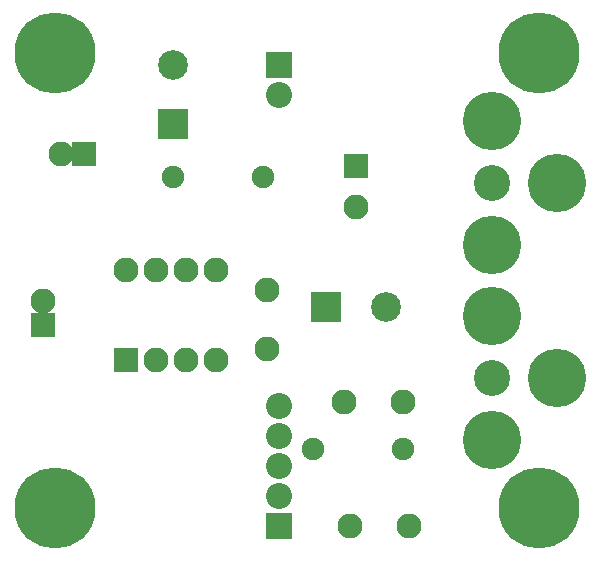
<source format=gbr>
G04 #@! TF.FileFunction,Soldermask,Top*
%FSLAX46Y46*%
G04 Gerber Fmt 4.6, Leading zero omitted, Abs format (unit mm)*
G04 Created by KiCad (PCBNEW (after 2015-mar-04 BZR unknown)-product) date 4/19/2017 3:39:58 PM*
%MOMM*%
G01*
G04 APERTURE LIST*
%ADD10C,0.150000*%
%ADD11R,2.508000X2.508000*%
%ADD12C,2.508000*%
%ADD13R,2.108000X2.108000*%
%ADD14C,2.108000*%
%ADD15C,6.858000*%
%ADD16C,1.908000*%
%ADD17O,1.908000X1.908000*%
%ADD18C,4.953000*%
%ADD19C,3.048000*%
%ADD20O,2.108000X2.108000*%
%ADD21R,2.208000X2.208000*%
%ADD22O,2.208000X2.208000*%
G04 APERTURE END LIST*
D10*
D11*
X14020000Y-10012400D03*
D12*
X14020000Y-5012400D03*
D13*
X29520000Y-13512400D03*
D14*
X29520000Y-17012400D03*
D13*
X3020000Y-27012400D03*
D14*
X3020000Y-25012400D03*
D15*
X4020000Y-42512400D03*
X45020000Y-42512400D03*
D16*
X14020000Y-14512400D03*
D17*
X21640000Y-14512400D03*
D11*
X27020000Y-25512400D03*
D12*
X32020000Y-25512400D03*
D18*
X46531800Y-31512400D03*
X41020000Y-26267300D03*
X41020000Y-36757500D03*
D19*
X41020000Y-31512400D03*
D18*
X46531800Y-15012400D03*
X41020000Y-9767300D03*
X41020000Y-20257500D03*
D19*
X41020000Y-15012400D03*
D15*
X45020000Y-4012400D03*
X4020000Y-4012400D03*
D16*
X33520000Y-37512400D03*
D17*
X25900000Y-37512400D03*
D13*
X10020000Y-30012400D03*
D20*
X17640000Y-22392400D03*
X12560000Y-30012400D03*
X15100000Y-22392400D03*
X15100000Y-30012400D03*
X12560000Y-22392400D03*
X17640000Y-30012400D03*
X10020000Y-22392400D03*
D21*
X23020000Y-5012400D03*
D22*
X23020000Y-7552400D03*
D14*
X34020000Y-44012400D03*
X29020000Y-44012400D03*
X28520000Y-33512400D03*
X33520000Y-33512400D03*
D21*
X23020000Y-44012400D03*
D22*
X23020000Y-41472400D03*
X23020000Y-38932400D03*
X23020000Y-36392400D03*
X23020000Y-33852400D03*
D13*
X6520000Y-12512400D03*
D14*
X4520000Y-12512400D03*
X22020000Y-29012400D03*
X22020000Y-24012400D03*
M02*

</source>
